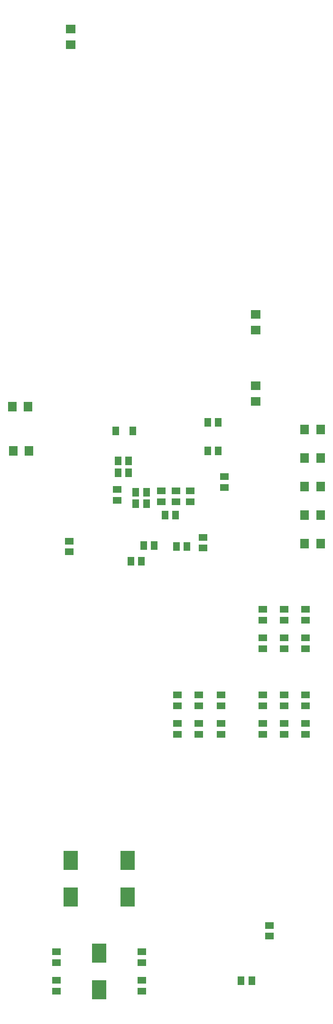
<source format=gbr>
G04 EAGLE Gerber RS-274X export*
G75*
%MOMM*%
%FSLAX34Y34*%
%LPD*%
%INSolderpaste Bottom*%
%IPPOS*%
%AMOC8*
5,1,8,0,0,1.08239X$1,22.5*%
G01*
%ADD10R,1.600000X1.800000*%
%ADD11R,1.500000X1.300000*%
%ADD12R,1.300000X1.500000*%
%ADD13R,1.300000X1.600000*%
%ADD14R,1.803000X1.600000*%
%ADD15R,2.500000X3.500000*%
%ADD16R,1.600000X1.803000*%


D10*
X60930Y1107440D03*
X88930Y1107440D03*
X90200Y1028700D03*
X62200Y1028700D03*
D11*
X353060Y956920D03*
X353060Y937920D03*
D12*
X352400Y914400D03*
X333400Y914400D03*
X300330Y955040D03*
X281330Y955040D03*
X268580Y989330D03*
X249580Y989330D03*
X353720Y858520D03*
X372720Y858520D03*
X314300Y859790D03*
X295300Y859790D03*
X268580Y1010920D03*
X249580Y1010920D03*
X300330Y934720D03*
X281330Y934720D03*
D11*
X378460Y937920D03*
X378460Y956920D03*
D13*
X275590Y1064260D03*
X245110Y1064260D03*
D11*
X139700Y66700D03*
X139700Y85700D03*
D14*
X165100Y1751080D03*
X165100Y1779520D03*
D12*
X488290Y85090D03*
X469290Y85090D03*
D11*
X519430Y183490D03*
X519430Y164490D03*
X139700Y117500D03*
X139700Y136500D03*
X292100Y136500D03*
X292100Y117500D03*
X292100Y85700D03*
X292100Y66700D03*
X162560Y848766D03*
X162560Y867766D03*
X326390Y956920D03*
X326390Y937920D03*
X247650Y959460D03*
X247650Y940460D03*
D12*
X272440Y831850D03*
X291440Y831850D03*
D11*
X401320Y855370D03*
X401320Y874370D03*
X439420Y982320D03*
X439420Y963320D03*
D15*
X215900Y69100D03*
X215900Y134100D03*
X266700Y234200D03*
X266700Y299200D03*
D11*
X508000Y523900D03*
X508000Y542900D03*
X546100Y523900D03*
X546100Y542900D03*
X584200Y523900D03*
X584200Y542900D03*
X355600Y523900D03*
X355600Y542900D03*
X393700Y523900D03*
X393700Y542900D03*
X433070Y523900D03*
X433070Y542900D03*
X508000Y676300D03*
X508000Y695300D03*
X546100Y676300D03*
X546100Y695300D03*
X584200Y676300D03*
X584200Y695300D03*
D16*
X611120Y1066800D03*
X582680Y1066800D03*
X611120Y1016000D03*
X582680Y1016000D03*
X611120Y965200D03*
X582680Y965200D03*
X611120Y914400D03*
X582680Y914400D03*
X611120Y863600D03*
X582680Y863600D03*
D12*
X428600Y1028700D03*
X409600Y1028700D03*
X428600Y1079500D03*
X409600Y1079500D03*
D14*
X495300Y1144520D03*
X495300Y1116080D03*
X495300Y1271520D03*
X495300Y1243080D03*
D15*
X165100Y299200D03*
X165100Y234200D03*
D11*
X508000Y574700D03*
X508000Y593700D03*
X546100Y574700D03*
X546100Y593700D03*
X584200Y574700D03*
X584200Y593700D03*
X355600Y574700D03*
X355600Y593700D03*
X393700Y574700D03*
X393700Y593700D03*
X433070Y574700D03*
X433070Y593700D03*
X508000Y727100D03*
X508000Y746100D03*
X546100Y727100D03*
X546100Y746100D03*
X584200Y727100D03*
X584200Y746100D03*
M02*

</source>
